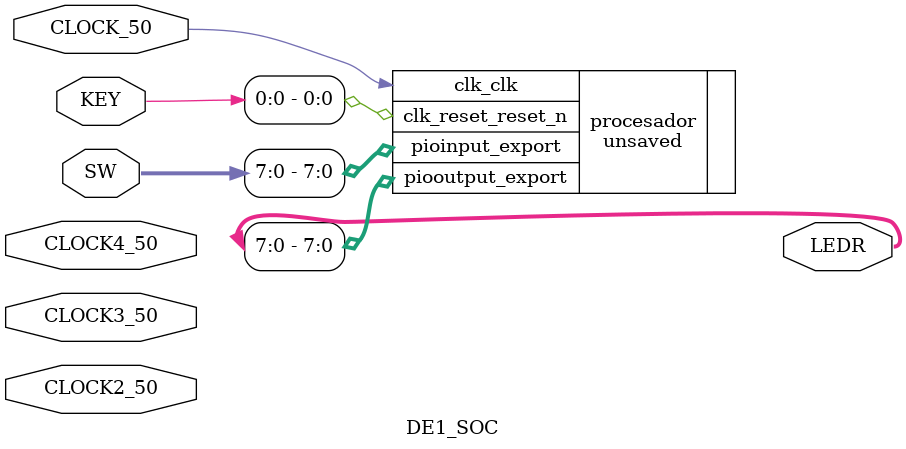
<source format=v>


module DE1_SOC(

	//////////// CLOCK //////////
	input 		          		CLOCK_50,
	input 		          		CLOCK2_50,
	input 		          		CLOCK3_50,
	input 		          		CLOCK4_50,

	//////////// KEY //////////
	input 		     [3:0]		KEY,

	//////////// LED //////////
	output		     [9:0]		LEDR,

	//////////// SW //////////
	input 		     [9:0]		SW
);



//=======================================================
//  REG/WIRE declarations
//=======================================================




//=======================================================
//  Structural coding
//=======================================================

unsaved procesador(
	.clk_clk(CLOCK_50), 
	.clk_reset_reset_n(KEY[0]), 
	.pioinput_export(SW[7:0]),
	.piooutput_export(LEDR[7:0]),
	);


endmodule

</source>
